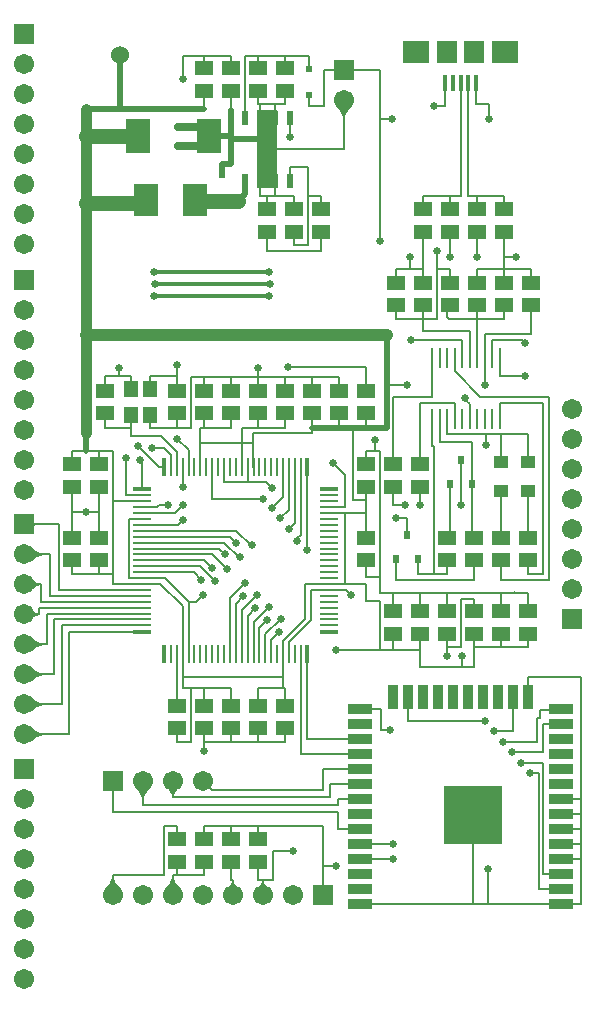
<source format=gtl>
G04*
G04 #@! TF.GenerationSoftware,Altium Limited,Altium Designer,19.0.14 (431)*
G04*
G04 Layer_Physical_Order=1*
G04 Layer_Color=255*
%FSLAX25Y25*%
%MOIN*%
G70*
G01*
G75*
%ADD14C,0.00600*%
%ADD16R,0.09055X0.07480*%
%ADD17R,0.07087X0.07480*%
%ADD18R,0.01575X0.05315*%
%ADD19R,0.05906X0.01575*%
%ADD20R,0.01102X0.05906*%
%ADD21R,0.01575X0.05906*%
%ADD22R,0.05906X0.01102*%
%ADD23R,0.04528X0.05512*%
%ADD24R,0.02362X0.05118*%
%ADD25R,0.05906X0.05118*%
%ADD26R,0.02362X0.02362*%
%ADD27R,0.02362X0.03150*%
%ADD28R,0.01000X0.06600*%
%ADD29R,0.07874X0.11024*%
%ADD30R,0.04921X0.04331*%
%ADD31R,0.07874X0.11811*%
%ADD32R,0.19685X0.19685*%
%ADD33R,0.03543X0.07874*%
%ADD34R,0.07874X0.03543*%
%ADD35C,0.02500*%
%ADD36C,0.02000*%
%ADD37C,0.03500*%
%ADD38C,0.05000*%
%ADD39C,0.01200*%
%ADD40C,0.04000*%
%ADD41R,0.07000X0.26000*%
%ADD42C,0.06000*%
%ADD43R,0.06732X0.06732*%
%ADD44C,0.06732*%
%ADD45R,0.06732X0.06732*%
%ADD46C,0.02500*%
G36*
X14807Y103966D02*
X15208Y103616D01*
X15608Y103308D01*
X16008Y103040D01*
X16406Y102814D01*
X16804Y102629D01*
X17200Y102485D01*
X17595Y102382D01*
X17989Y102321D01*
X18382Y102300D01*
Y101700D01*
X17989Y101679D01*
X17595Y101618D01*
X17200Y101515D01*
X16804Y101371D01*
X16406Y101186D01*
X16008Y100960D01*
X15608Y100692D01*
X15208Y100384D01*
X14807Y100034D01*
X14404Y99644D01*
Y104356D01*
X14807Y103966D01*
D02*
G37*
G36*
Y93966D02*
X15208Y93616D01*
X15608Y93308D01*
X16008Y93040D01*
X16406Y92814D01*
X16804Y92629D01*
X17200Y92485D01*
X17595Y92382D01*
X17989Y92321D01*
X18382Y92300D01*
Y91700D01*
X17989Y91679D01*
X17595Y91618D01*
X17200Y91515D01*
X16804Y91371D01*
X16406Y91186D01*
X16008Y90960D01*
X15608Y90692D01*
X15208Y90384D01*
X14807Y90034D01*
X14404Y89644D01*
Y94356D01*
X14807Y93966D01*
D02*
G37*
G36*
X42043Y73140D02*
X41992Y73122D01*
X41947Y73092D01*
X41908Y73050D01*
X41875Y72996D01*
X41848Y72930D01*
X41827Y72852D01*
X41812Y72762D01*
X41803Y72660D01*
X41800Y72546D01*
X41200D01*
X41197Y72660D01*
X41188Y72762D01*
X41173Y72852D01*
X41152Y72930D01*
X41125Y72996D01*
X41092Y73050D01*
X41053Y73092D01*
X41008Y73122D01*
X40957Y73140D01*
X40900Y73146D01*
X42100D01*
X42043Y73140D01*
D02*
G37*
G36*
X53466Y73694D02*
X53116Y73292D01*
X52808Y72891D01*
X52540Y72492D01*
X52314Y72094D01*
X52129Y71696D01*
X51985Y71300D01*
X51882Y70905D01*
X51821Y70511D01*
X51800Y70118D01*
X51200D01*
X51179Y70511D01*
X51118Y70905D01*
X51015Y71300D01*
X50871Y71696D01*
X50686Y72094D01*
X50460Y72492D01*
X50192Y72891D01*
X49884Y73292D01*
X49534Y73694D01*
X49144Y74096D01*
X53856D01*
X53466Y73694D01*
D02*
G37*
G36*
X41821Y44489D02*
X41882Y44095D01*
X41985Y43700D01*
X42129Y43304D01*
X42314Y42906D01*
X42540Y42508D01*
X42808Y42109D01*
X43116Y41708D01*
X43466Y41306D01*
X43856Y40904D01*
X39144D01*
X39534Y41306D01*
X39884Y41708D01*
X40192Y42109D01*
X40460Y42508D01*
X40686Y42906D01*
X40871Y43304D01*
X41015Y43700D01*
X41118Y44095D01*
X41179Y44489D01*
X41200Y44882D01*
X41800D01*
X41821Y44489D01*
D02*
G37*
G36*
X61800Y44882D02*
X61821Y44489D01*
X61882Y44095D01*
X61985Y43700D01*
X62129Y43304D01*
X62314Y42906D01*
X62540Y42508D01*
X62808Y42109D01*
X63116Y41708D01*
X63466Y41306D01*
X63856Y40904D01*
X59144D01*
X59534Y41306D01*
X59884Y41708D01*
X60192Y42109D01*
X60460Y42508D01*
X60686Y42906D01*
X60871Y43304D01*
X61015Y43700D01*
X61118Y44095D01*
X61179Y44489D01*
X61200Y44882D01*
X61800D01*
D02*
G37*
G36*
X61200Y71000D02*
X61186Y71350D01*
X61146Y71679D01*
X61078Y71988D01*
X60982Y72276D01*
X60860Y72543D01*
X60711Y72790D01*
X60534Y73016D01*
X60330Y73222D01*
X60099Y73407D01*
X59840Y73571D01*
X63160D01*
X62901Y73407D01*
X62670Y73222D01*
X62466Y73016D01*
X62290Y72790D01*
X62140Y72543D01*
X62018Y72276D01*
X61922Y71988D01*
X61854Y71679D01*
X61814Y71350D01*
X61800Y71000D01*
X61200D01*
D02*
G37*
G36*
X74288Y73288D02*
X74168Y73402D01*
X74054Y73500D01*
X73946Y73581D01*
X73843Y73646D01*
X73747Y73694D01*
X73655Y73726D01*
X73570Y73741D01*
X73491Y73740D01*
X73417Y73722D01*
X73349Y73687D01*
X74313Y74651D01*
X74278Y74583D01*
X74260Y74509D01*
X74259Y74430D01*
X74274Y74345D01*
X74306Y74253D01*
X74354Y74157D01*
X74419Y74054D01*
X74500Y73946D01*
X74598Y73832D01*
X74712Y73712D01*
X74288Y73288D01*
D02*
G37*
G36*
X81800Y43500D02*
X81810Y43213D01*
X81839Y42949D01*
X81887Y42706D01*
X81955Y42485D01*
X82043Y42286D01*
X82149Y42108D01*
X82276Y41953D01*
X82421Y41819D01*
X82586Y41707D01*
X82771Y41617D01*
X80229D01*
X80414Y41707D01*
X80579Y41819D01*
X80724Y41953D01*
X80850Y42108D01*
X80957Y42286D01*
X81045Y42485D01*
X81113Y42706D01*
X81161Y42949D01*
X81190Y43213D01*
X81200Y43500D01*
X81800D01*
D02*
G37*
G36*
X91800D02*
X91810Y43213D01*
X91839Y42949D01*
X91887Y42706D01*
X91955Y42485D01*
X92043Y42286D01*
X92150Y42108D01*
X92276Y41953D01*
X92421Y41819D01*
X92586Y41707D01*
X92771Y41617D01*
X90229D01*
X90414Y41707D01*
X90579Y41819D01*
X90724Y41953D01*
X90851Y42108D01*
X90957Y42286D01*
X91045Y42485D01*
X91113Y42706D01*
X91161Y42949D01*
X91190Y43213D01*
X91200Y43500D01*
X91800D01*
D02*
G37*
G36*
X111800Y42454D02*
X111803Y42338D01*
X111812Y42234D01*
X111827Y42142D01*
X111848Y42063D01*
X111875Y41995D01*
X111908Y41940D01*
X111947Y41897D01*
X111992Y41867D01*
X112043Y41848D01*
X112100Y41842D01*
X110900D01*
X110957Y41848D01*
X111008Y41867D01*
X111053Y41897D01*
X111092Y41940D01*
X111125Y41995D01*
X111152Y42063D01*
X111173Y42142D01*
X111188Y42234D01*
X111197Y42338D01*
X111200Y42454D01*
X111800D01*
D02*
G37*
G36*
X18382Y111700D02*
X17989Y111679D01*
X17595Y111618D01*
X17200Y111515D01*
X16804Y111371D01*
X16406Y111186D01*
X16008Y110960D01*
X15608Y110692D01*
X15208Y110384D01*
X14807Y110034D01*
X14404Y109644D01*
Y114356D01*
X14807Y113966D01*
X15208Y113616D01*
X15608Y113308D01*
X16008Y113040D01*
X16406Y112814D01*
X16804Y112629D01*
X17200Y112485D01*
X17595Y112382D01*
X17989Y112321D01*
X18382Y112300D01*
Y111700D01*
D02*
G37*
G36*
Y121700D02*
X17989Y121679D01*
X17595Y121618D01*
X17200Y121515D01*
X16804Y121371D01*
X16406Y121186D01*
X16008Y120960D01*
X15608Y120692D01*
X15208Y120384D01*
X14807Y120034D01*
X14404Y119644D01*
Y124356D01*
X14807Y123966D01*
X15208Y123616D01*
X15608Y123308D01*
X16008Y123040D01*
X16406Y122814D01*
X16804Y122629D01*
X17200Y122485D01*
X17595Y122382D01*
X17989Y122321D01*
X18382Y122300D01*
Y121700D01*
D02*
G37*
G36*
X17000Y131700D02*
X16714Y131690D01*
X16449Y131661D01*
X16206Y131613D01*
X15985Y131545D01*
X15786Y131457D01*
X15608Y131351D01*
X15453Y131224D01*
X15319Y131079D01*
X15207Y130914D01*
X15117Y130729D01*
Y133271D01*
X15207Y133086D01*
X15319Y132921D01*
X15453Y132776D01*
X15608Y132650D01*
X15786Y132543D01*
X15985Y132455D01*
X16206Y132387D01*
X16449Y132339D01*
X16714Y132310D01*
X17000Y132300D01*
Y131700D01*
D02*
G37*
G36*
X17500Y141700D02*
X17150Y141686D01*
X16821Y141646D01*
X16512Y141578D01*
X16224Y141482D01*
X15957Y141360D01*
X15710Y141210D01*
X15484Y141034D01*
X15278Y140830D01*
X15093Y140599D01*
X14929Y140340D01*
Y143660D01*
X15093Y143401D01*
X15278Y143170D01*
X15484Y142966D01*
X15710Y142789D01*
X15957Y142640D01*
X16224Y142518D01*
X16512Y142422D01*
X16821Y142354D01*
X17150Y142314D01*
X17500Y142300D01*
Y141700D01*
D02*
G37*
G36*
X18382Y151700D02*
X17989Y151679D01*
X17595Y151618D01*
X17200Y151515D01*
X16804Y151371D01*
X16406Y151186D01*
X16008Y150960D01*
X15608Y150692D01*
X15208Y150384D01*
X14807Y150034D01*
X14404Y149644D01*
Y154356D01*
X14807Y153966D01*
X15208Y153616D01*
X15608Y153308D01*
X16008Y153040D01*
X16406Y152814D01*
X16804Y152629D01*
X17200Y152485D01*
X17595Y152382D01*
X17989Y152321D01*
X18382Y152300D01*
Y151700D01*
D02*
G37*
G36*
X15954Y161700D02*
X15838Y161697D01*
X15734Y161688D01*
X15642Y161673D01*
X15563Y161652D01*
X15495Y161625D01*
X15440Y161592D01*
X15397Y161553D01*
X15367Y161508D01*
X15348Y161457D01*
X15342Y161400D01*
Y162600D01*
X15348Y162543D01*
X15367Y162492D01*
X15397Y162447D01*
X15440Y162408D01*
X15495Y162375D01*
X15563Y162348D01*
X15642Y162327D01*
X15734Y162312D01*
X15838Y162303D01*
X15954Y162300D01*
Y161700D01*
D02*
G37*
G36*
X71500Y267000D02*
D01*
D02*
G37*
G36*
X78500Y263000D02*
D01*
D02*
G37*
G36*
X90980Y265520D02*
D01*
D02*
G37*
G36*
X118200Y297118D02*
X118179Y297511D01*
X118118Y297905D01*
X118015Y298300D01*
X117871Y298696D01*
X117686Y299094D01*
X117460Y299492D01*
X117192Y299891D01*
X116884Y300292D01*
X116534Y300693D01*
X116144Y301096D01*
X120856D01*
X120466Y300693D01*
X120116Y300292D01*
X119808Y299891D01*
X119540Y299492D01*
X119314Y299094D01*
X119129Y298696D01*
X118985Y298300D01*
X118882Y297905D01*
X118821Y297511D01*
X118800Y297118D01*
X118200D01*
D02*
G37*
G36*
X122454Y313200D02*
X122338Y313197D01*
X122234Y313188D01*
X122142Y313173D01*
X122063Y313152D01*
X121995Y313125D01*
X121940Y313092D01*
X121897Y313053D01*
X121867Y313008D01*
X121848Y312957D01*
X121842Y312900D01*
Y314100D01*
X121848Y314043D01*
X121867Y313992D01*
X121897Y313947D01*
X121940Y313908D01*
X121995Y313875D01*
X122063Y313848D01*
X122142Y313827D01*
X122234Y313812D01*
X122338Y313803D01*
X122454Y313800D01*
Y313200D01*
D02*
G37*
G36*
X114546Y313800D02*
X114662Y313803D01*
X114766Y313812D01*
X114858Y313827D01*
X114937Y313848D01*
X115005Y313875D01*
X115060Y313908D01*
X115103Y313947D01*
X115133Y313992D01*
X115152Y314043D01*
X115158Y314100D01*
Y312900D01*
X115152Y312957D01*
X115133Y313008D01*
X115103Y313053D01*
X115060Y313092D01*
X115005Y313125D01*
X114937Y313152D01*
X114858Y313173D01*
X114766Y313188D01*
X114662Y313197D01*
X114546Y313200D01*
Y313800D01*
D02*
G37*
D14*
X81000Y300000D02*
Y306500D01*
X72000Y300500D02*
Y306500D01*
X71969D02*
X72000D01*
X93000Y271520D02*
X102000D01*
X95500D02*
Y276567D01*
X92980Y266823D02*
Y271520D01*
X57374Y142126D02*
X64752Y134748D01*
X51398Y142126D02*
X57374D01*
X100500Y281000D02*
X106500D01*
X90500Y271520D02*
X92980D01*
X32500Y186500D02*
X37000D01*
X28000D02*
X32500D01*
X39000Y194000D02*
Y198980D01*
Y194000D02*
X47701D01*
X111500Y73500D02*
Y80532D01*
X74500Y73500D02*
X111500D01*
X71500Y76500D02*
X74500Y73500D01*
X61500Y71000D02*
X114000D01*
X61500D02*
Y76500D01*
X111500Y80532D02*
X124035D01*
X114000Y75532D02*
X124035D01*
X114000Y71000D02*
Y75532D01*
X116532Y70531D02*
X124035D01*
X116532Y68500D02*
Y70531D01*
X51500Y68500D02*
X116532D01*
X51500D02*
Y76500D01*
X41500Y66000D02*
X116532D01*
Y60532D02*
Y66000D01*
Y60532D02*
X124035D01*
X41500Y66000D02*
Y76500D01*
X126000Y165728D02*
Y170000D01*
X133000Y208500D02*
X139500D01*
X160031Y271480D02*
Y308968D01*
Y271480D02*
X163000D01*
X157500D02*
Y308968D01*
X154000Y271480D02*
X157500D01*
X157472Y308968D02*
X157500D01*
X130500Y297000D02*
Y313500D01*
Y256500D02*
Y297000D01*
X134500D01*
X167000D02*
Y302000D01*
X162591D02*
X167000D01*
X162591D02*
Y308968D01*
X118500Y313500D02*
X130500D01*
X148419Y301500D02*
X152354D01*
Y308968D01*
X163000Y266980D02*
Y271480D01*
X158321Y230480D02*
X163000D01*
X158182Y230341D02*
X158321Y230480D01*
X153503Y230341D02*
X158182D01*
X152800Y231044D02*
Y233800D01*
X154000Y235000D01*
X152800Y231044D02*
X153503Y230341D01*
X57000Y168500D02*
X60000D01*
X56217Y167717D02*
X57000Y168500D01*
X51398Y167717D02*
X56217D01*
X62248Y165748D02*
X65000Y168500D01*
X51398Y165748D02*
X62248D01*
X63311Y161811D02*
X65000Y163500D01*
X51398Y161811D02*
X63311D01*
X50500Y183500D02*
X51398Y182602D01*
X54500Y187500D02*
X58500D01*
X60847Y185153D01*
X102969Y156500D02*
Y157327D01*
X104122Y158480D01*
X106358Y153500D02*
Y181051D01*
X106327Y181083D02*
X106358Y181051D01*
X80626Y157874D02*
X82657Y155842D01*
X77063Y153937D02*
X79000Y152000D01*
X72000Y150000D02*
X74500Y147500D01*
X68437Y146063D02*
X71000Y143500D01*
X82500Y135500D02*
X85000Y138000D01*
Y138189D01*
X84469Y133468D02*
X89500Y138500D01*
X86437Y131437D02*
X89000Y134000D01*
X90374Y127374D02*
X93000Y130000D01*
X94311Y123311D02*
X97000Y126000D01*
X100216Y122716D02*
X107500Y130000D01*
X100216Y118898D02*
Y122716D01*
X107500Y130000D02*
Y140157D01*
X113602D01*
X66752Y136248D02*
X69248D01*
X71500Y138500D01*
X66752Y118898D02*
Y136248D01*
X58906Y144095D02*
X66752Y136248D01*
X51398Y144095D02*
X58906D01*
X47000Y163779D02*
X51398D01*
X47000Y144095D02*
Y163779D01*
Y144095D02*
X51398D01*
X41500Y145500D02*
Y169665D01*
Y142106D02*
Y145500D01*
X45980Y142106D02*
X46000Y142126D01*
X41500Y142106D02*
X45980D01*
X41500Y169665D02*
X51366D01*
X158999Y203998D02*
X159000Y204000D01*
X158999Y203502D02*
Y203998D01*
Y203502D02*
X160500Y202000D01*
Y197180D02*
Y202000D01*
X164000Y204500D02*
X187000D01*
X155500Y213000D02*
X164000Y204500D01*
X155500Y213000D02*
Y217480D01*
X141000Y223480D02*
X158000D01*
Y217480D02*
Y223480D01*
X160500Y217480D02*
Y226500D01*
X145000D02*
X160500D01*
X145000D02*
Y230480D01*
X172000Y250980D02*
X176000D01*
X172000D02*
Y259500D01*
Y246980D02*
Y250980D01*
X140500Y246980D02*
X145000D01*
X136000D02*
X140500D01*
Y250980D01*
X90000Y210980D02*
Y214149D01*
X43500Y211480D02*
X47701D01*
X39000D02*
X43500D01*
Y214278D01*
X71969Y86500D02*
Y89480D01*
Y86500D02*
X72000D01*
X71969Y89480D02*
X80968D01*
X71969D02*
Y94000D01*
X111500Y48000D02*
X116000D01*
X111500Y38500D02*
Y61500D01*
X116000Y119980D02*
X130500D01*
X116000D02*
Y120000D01*
X106327Y90531D02*
X124035D01*
X106327D02*
Y118878D01*
X104122Y85532D02*
X124035D01*
X104122D02*
Y118878D01*
X46000Y142126D02*
X48500D01*
X64752Y111000D02*
Y134748D01*
Y107480D02*
Y111000D01*
X105500Y130500D02*
Y142126D01*
X98248Y123248D02*
X105500Y130500D01*
X98248Y118898D02*
Y123248D01*
X64892Y174589D02*
X65000Y174480D01*
X64892Y174589D02*
Y180994D01*
X64784Y181102D02*
X64892Y180994D01*
X63000Y190500D02*
X66752Y186748D01*
Y181102D02*
Y186748D01*
X113571Y142106D02*
X119000D01*
X105500Y142126D02*
X113602D01*
X144000Y114500D02*
X158000D01*
Y118000D01*
Y114500D02*
X162000D01*
X144000D02*
Y119980D01*
X162000Y114500D02*
Y121260D01*
X153000D02*
Y125520D01*
Y118000D02*
Y121260D01*
X119000Y165728D02*
X126000D01*
X113571D02*
X119000D01*
Y142106D02*
Y165728D01*
Y142106D02*
X126000D01*
Y157500D02*
Y165728D01*
X119000Y167717D02*
Y178500D01*
X115000Y182500D02*
X119000Y178500D01*
X113602Y167717D02*
X119000D01*
X121500Y170000D02*
Y193980D01*
Y170000D02*
X126000D01*
Y174500D01*
X161240Y175504D02*
Y189500D01*
X150500D02*
X161240D01*
X150500D02*
Y197180D01*
X166000Y191980D02*
X171000D01*
X153000D02*
X166000D01*
Y188500D02*
Y191980D01*
X184000Y100000D02*
X190965D01*
X161240Y159480D02*
Y175504D01*
X157500Y169480D02*
Y183457D01*
X153760Y159480D02*
Y175504D01*
X165500Y208500D02*
Y217480D01*
X126000Y194000D02*
Y199000D01*
Y193980D02*
Y194000D01*
X88374Y189000D02*
Y192480D01*
Y181083D02*
Y189000D01*
X84437Y181083D02*
Y189000D01*
X88374D01*
X84437D02*
Y193980D01*
X70657Y189000D02*
Y193980D01*
Y181083D02*
Y189000D01*
X84437D01*
X129000Y186500D02*
X130500D01*
Y139260D02*
Y186500D01*
X37000Y166000D02*
Y174500D01*
X47701Y191500D02*
Y194000D01*
X98216Y111000D02*
Y118878D01*
Y107480D02*
Y111000D01*
X94592Y167480D02*
X94717D01*
X98216Y170980D01*
Y181083D01*
X64752Y111000D02*
X98216D01*
X67469Y107480D02*
X71969D01*
X90000Y61500D02*
X111500D01*
X166500Y35531D02*
X190965D01*
X161437D02*
X166500D01*
Y47000D01*
X124035Y35531D02*
X161437D01*
Y65059D01*
X197500Y50532D02*
Y55532D01*
X190965Y50532D02*
X197500D01*
Y35531D02*
Y50532D01*
Y55532D02*
Y60532D01*
X190965Y55532D02*
X197500D01*
Y60532D02*
Y65531D01*
X190965Y60532D02*
X197500D01*
X190965Y65531D02*
X197500D01*
Y70531D01*
X190965D02*
X197500D01*
Y111000D01*
X190965Y35531D02*
X197500D01*
X180000Y104469D02*
Y111000D01*
X197500D01*
X74532Y151969D02*
X79500Y147000D01*
X87500Y155000D02*
X88000D01*
X83500Y151000D02*
X84000D01*
X78594Y155905D02*
X83500Y151000D01*
X51398Y155905D02*
X78594D01*
X51398Y153937D02*
X77063D01*
X82657Y159843D02*
X87500Y155000D01*
X51398Y159843D02*
X82657D01*
X51398Y151969D02*
X74532D01*
X63000Y211480D02*
Y215000D01*
X51398Y150000D02*
X72000D01*
X51398Y157874D02*
X80626D01*
X51398Y148031D02*
X70468D01*
X75500Y143000D01*
X51398Y146063D02*
X68437D01*
X63000Y206461D02*
Y211480D01*
X62783Y181083D02*
Y186153D01*
X47701Y191500D02*
X57437D01*
X62783Y186153D01*
X60847Y181102D02*
Y185153D01*
X80532Y118898D02*
Y137531D01*
X85500Y142500D01*
X82500Y118898D02*
Y135500D01*
X84469Y118898D02*
Y133468D01*
X86437Y118898D02*
Y131437D01*
X88406Y118898D02*
Y129405D01*
X93500Y134500D01*
X90374Y118898D02*
Y127374D01*
X92343Y125343D02*
X97500Y130500D01*
X92343Y118898D02*
Y125343D01*
X94311Y118898D02*
Y123311D01*
X12000Y162000D02*
X23500D01*
Y140157D02*
Y162000D01*
X20500Y138189D02*
Y152000D01*
X12000D02*
X20500D01*
X12000Y142000D02*
X17500D01*
Y136221D02*
Y142000D01*
Y136221D02*
X51398D01*
X20500Y138189D02*
X51398D01*
X27000Y126142D02*
X51398D01*
X27000Y92000D02*
Y126142D01*
X12000Y92000D02*
X27000D01*
X24500Y128347D02*
X51398D01*
X24500Y102000D02*
Y128347D01*
X12000Y102000D02*
X24500D01*
X22000Y112000D02*
Y130315D01*
X12000Y112000D02*
X22000D01*
Y130315D02*
X51398D01*
X19500Y132283D02*
X51398D01*
X19500Y122000D02*
Y132283D01*
X12000Y122000D02*
X19500D01*
X12000Y132000D02*
X17000D01*
Y134252D01*
X92500Y176000D02*
X94500Y174000D01*
X78563Y176000D02*
X92500D01*
X78563D02*
Y181102D01*
X86437Y176000D02*
Y181102D01*
X100000Y214500D02*
X125980D01*
X126000Y214480D01*
Y206480D02*
Y214480D01*
X123567Y76000D02*
X124035Y75532D01*
X130500Y139260D02*
X135000D01*
X136000Y164000D02*
X139500D01*
X47701Y194000D02*
Y198480D01*
X54000Y211480D02*
X63000D01*
X46000Y171653D02*
Y184000D01*
Y171653D02*
X51398D01*
Y173858D02*
Y182602D01*
X50000Y188000D02*
X56898Y181102D01*
X58642D01*
X23500Y140157D02*
X51398D01*
X17000Y134252D02*
X51398D01*
X126000Y186500D02*
X129000D01*
Y190000D01*
X41500Y38500D02*
Y45000D01*
X58500D01*
Y61500D01*
X63000D01*
Y57000D02*
Y61500D01*
X95000Y53000D02*
X101500D01*
X95000Y43500D02*
Y53000D01*
X91500Y43500D02*
X95000D01*
X119343Y140157D02*
X121000Y138500D01*
X113602Y140157D02*
X119343D01*
X88374Y192480D02*
X108000D01*
X74594Y170500D02*
X91500D01*
X74594D02*
Y181083D01*
X97327Y163980D02*
X100185Y166839D01*
X149500Y246980D02*
Y253000D01*
X145000Y271480D02*
X154000D01*
X145000Y266980D02*
Y271480D01*
Y246980D02*
Y259500D01*
X118500Y287000D02*
Y303000D01*
X95500Y287000D02*
X118500D01*
X112000Y313500D02*
X118500D01*
X112000Y301500D02*
Y313500D01*
X85500Y318000D02*
X90000D01*
X85500Y297433D02*
Y318000D01*
X72000D02*
X81000D01*
Y313980D02*
Y318000D01*
X107000Y301500D02*
X112000D01*
X32500Y166000D02*
X37000D01*
X28000D02*
X32500D01*
X28000D02*
Y174500D01*
Y157461D02*
Y166000D01*
X37000Y157461D02*
Y166000D01*
Y145500D02*
X41500D01*
X37000D02*
Y149980D01*
X28000Y145500D02*
X37000D01*
X28000D02*
Y149980D01*
X41500Y169665D02*
Y186500D01*
X37000D02*
X41500D01*
X37000Y181980D02*
Y186500D01*
X28000Y181980D02*
Y186500D01*
X126000Y136366D02*
X130500D01*
X126000D02*
Y142106D01*
Y144500D02*
X130500D01*
X126000D02*
Y149740D01*
Y181980D02*
Y186500D01*
X130500Y119980D02*
Y136366D01*
Y119980D02*
X135000D01*
X144000Y139260D02*
X153000D01*
X135000D02*
X144000D01*
Y132980D02*
Y139260D01*
X135000Y132980D02*
Y139260D01*
X153000Y121260D02*
X157500D01*
Y137260D01*
X153000Y139260D02*
X171000D01*
X153000Y133000D02*
Y139260D01*
X171000Y133000D02*
Y139260D01*
X172760Y139500D02*
X173000Y139260D01*
X175260Y139500D02*
X175500Y139260D01*
X157500Y137260D02*
X162000D01*
X148500Y145480D02*
X153000D01*
X143240D02*
X148500D01*
X148000Y187980D02*
X148500D01*
Y145480D02*
Y187980D01*
X139500Y158457D02*
Y164000D01*
X187000Y143480D02*
Y204500D01*
X148000D02*
Y217480D01*
X135000Y204500D02*
X148000D01*
X135000Y181980D02*
Y204500D01*
X84437Y193980D02*
X90000D01*
X70657D02*
X72000D01*
X62783Y101480D02*
Y118878D01*
X171000Y121260D02*
X180000D01*
X162000D02*
X171000D01*
Y125520D01*
X174500Y86000D02*
X185000D01*
X171500Y89500D02*
X183000D01*
X168500Y93000D02*
X175000D01*
X140000Y96500D02*
X165500D01*
X177500Y82500D02*
X185000D01*
X175000Y93000D02*
Y104469D01*
X183000Y89500D02*
Y97500D01*
X175500Y139260D02*
X180000D01*
X171000D02*
X175500D01*
X180000Y133000D02*
Y139260D01*
X162000Y133000D02*
Y137260D01*
X140000Y96500D02*
X140000Y96500D01*
X140000Y96500D02*
Y104469D01*
X183000Y97500D02*
X184000D01*
X185000Y86000D02*
Y95531D01*
Y45500D02*
Y82500D01*
X183500Y40532D02*
Y79000D01*
X180500D02*
X183500D01*
X185000Y95531D02*
X190965D01*
X183500Y40532D02*
X190965D01*
X185000Y45500D02*
X188996D01*
X190965Y100000D02*
Y100531D01*
X184000Y97500D02*
Y100000D01*
X107000Y301500D02*
Y305169D01*
X100185Y166839D02*
Y181083D01*
X100154Y160480D02*
X102154Y162480D01*
X81500Y38500D02*
Y43500D01*
X81000D02*
Y49520D01*
Y43500D02*
X81500D01*
X90000D02*
X91500D01*
Y38500D02*
Y43500D01*
X61500Y38500D02*
Y45000D01*
X63000D01*
Y49520D01*
X165500Y225480D02*
X181000D01*
X165500Y217480D02*
Y225480D01*
X181000D02*
Y235000D01*
X188965Y45531D02*
X190965D01*
X188965D02*
X188996Y45500D01*
X131000Y93500D02*
X134000D01*
X124035Y55532D02*
X135000D01*
X131000Y93500D02*
Y100531D01*
X124035D02*
X131000D01*
X190965Y95500D02*
Y95531D01*
X81000Y61500D02*
X90000D01*
X72000D02*
X81000D01*
X72000Y57000D02*
Y61500D01*
Y45000D02*
Y49520D01*
X63000Y45000D02*
X72000D01*
X106500Y271520D02*
Y281000D01*
X100500Y276567D02*
Y281000D01*
X90500Y276567D02*
Y290500D01*
Y271520D02*
Y276567D01*
X81000Y290500D02*
Y291500D01*
X49965Y269000D02*
X52965Y272000D01*
X65000Y310500D02*
Y318000D01*
X72000D01*
X135000Y168480D02*
X139000D01*
X144000D02*
Y174500D01*
X90000Y43500D02*
Y49520D01*
X81000Y57000D02*
Y61500D01*
X90000Y57000D02*
Y61500D01*
X117000Y193980D02*
Y198980D01*
Y206461D02*
Y210980D01*
X108000D02*
X117000D01*
X104122Y158480D02*
Y181083D01*
X102154Y162480D02*
Y181083D01*
X54000Y207142D02*
Y211480D01*
X39000Y206461D02*
Y211480D01*
X47701Y207142D02*
Y211480D01*
X72000Y210980D02*
X81000D01*
X67500D02*
X72000D01*
Y206461D02*
Y210980D01*
X81000D02*
X90000D01*
X81000Y206461D02*
Y210980D01*
X90000D02*
X99000D01*
X90000Y206461D02*
Y210980D01*
X99000D02*
X108000D01*
X99000Y206461D02*
Y210980D01*
X108000Y206461D02*
Y210980D01*
X67500Y193980D02*
Y210980D01*
X63000Y193980D02*
X67500D01*
X63000D02*
Y198980D01*
X54000Y193980D02*
X63000D01*
X54000D02*
Y198480D01*
X72000Y193980D02*
Y198980D01*
Y193980D02*
X81000D01*
Y198980D01*
X108000Y192480D02*
Y193980D01*
X90000D02*
X99000D01*
X90000D02*
Y198980D01*
X99000Y193980D02*
Y198980D01*
X108000Y193980D02*
Y198980D01*
X143240Y145480D02*
Y150504D01*
X135760Y143480D02*
Y150504D01*
Y143480D02*
X162000D01*
X153000Y145480D02*
Y150000D01*
X124035Y50500D02*
X135000D01*
Y168480D02*
Y174500D01*
X148000Y187980D02*
Y197180D01*
X162000Y143480D02*
Y150000D01*
X171000Y143480D02*
X187000D01*
X171000D02*
Y150000D01*
X180000Y145480D02*
X185000D01*
X180000D02*
Y150000D01*
Y159480D02*
Y172980D01*
Y121260D02*
Y125520D01*
X162000Y121260D02*
Y125520D01*
X89969Y89480D02*
X98968D01*
X80968D02*
X89969D01*
Y94000D01*
X80968Y89480D02*
Y94000D01*
X98968Y89480D02*
Y94000D01*
X64752Y107480D02*
X67469D01*
Y89480D02*
Y107480D01*
X62968Y89480D02*
X67469D01*
X62968D02*
Y94000D01*
X98216Y107480D02*
X98968D01*
Y101480D02*
Y107480D01*
X89969Y101480D02*
Y107480D01*
X98216D01*
X71969D02*
X80968D01*
X71969Y101480D02*
Y107480D01*
X80968Y101480D02*
Y107480D01*
X62783Y101480D02*
X62968D01*
X135000Y119980D02*
X144000D01*
X135000D02*
Y125500D01*
X144000Y119980D02*
Y125500D01*
X124035Y50500D02*
Y50532D01*
X178000Y223480D02*
X179000Y222480D01*
X168000Y223480D02*
X178000D01*
X168000Y217480D02*
Y223480D01*
X170500Y211480D02*
X179000D01*
X144000Y202480D02*
X155500D01*
X144000Y181980D02*
Y202480D01*
X155500Y197180D02*
Y202480D01*
X185000Y145480D02*
Y202480D01*
X171000Y159480D02*
Y172980D01*
X170500Y197180D02*
Y202480D01*
X185000D01*
X180000Y182823D02*
Y191980D01*
X171000D02*
X180000D01*
X171000Y182823D02*
Y191980D01*
X153000D02*
Y197180D01*
X170500Y211480D02*
Y217480D01*
X163000D02*
Y230480D01*
X145000Y242480D02*
Y246980D01*
X136000Y242480D02*
Y246980D01*
X172000D02*
X181000D01*
X163000D02*
X172000D01*
Y242480D02*
Y246980D01*
X181000Y242480D02*
Y246980D01*
X163000Y242480D02*
Y246980D01*
Y230480D02*
X172000D01*
X163000D02*
Y235000D01*
X172000Y230480D02*
Y235000D01*
X136000Y230480D02*
X145000D01*
X136000D02*
Y235000D01*
X145000Y230480D02*
Y235000D01*
Y230480D02*
X149500D01*
Y246980D01*
X154000D01*
Y242480D02*
Y246980D01*
X163000Y250980D02*
Y259500D01*
X154000Y250980D02*
Y259500D01*
X163000Y271480D02*
X172000D01*
Y266980D02*
Y271480D01*
X154000Y266980D02*
Y271480D01*
X100500Y291000D02*
Y297433D01*
X90500Y290500D02*
Y297433D01*
X95500Y276567D02*
Y287000D01*
Y297433D01*
X90500D02*
Y302000D01*
X95500D01*
X90000D02*
X90500D01*
X93000Y253020D02*
Y259520D01*
Y253020D02*
X111000D01*
Y259520D01*
X107000Y313831D02*
Y318000D01*
X99000D02*
X107000D01*
X95500Y302000D02*
X99000D01*
Y306500D01*
X90000Y318000D02*
X99000D01*
X95500Y297433D02*
Y302000D01*
X90000D02*
Y306500D01*
X111000Y267000D02*
Y271520D01*
X106500D02*
X111000D01*
X101000Y259020D02*
X102000Y258020D01*
X106500Y255020D02*
Y271520D01*
X102000Y255020D02*
X106500D01*
X102000D02*
Y258020D01*
Y268020D02*
Y271520D01*
X72000Y313980D02*
Y318000D01*
X90000Y313980D02*
Y318000D01*
X99000Y313980D02*
Y318000D01*
D16*
X142709Y319500D02*
D03*
X172236D02*
D03*
D17*
X152945D02*
D03*
X162000D02*
D03*
D18*
X162591Y308968D02*
D03*
X160031D02*
D03*
X157472D02*
D03*
X154913D02*
D03*
X152354D02*
D03*
D19*
X113602Y173858D02*
D03*
X51398D02*
D03*
Y126142D02*
D03*
X113602D02*
D03*
D20*
X104154Y181102D02*
D03*
X102185D02*
D03*
X96280D02*
D03*
X100216D02*
D03*
X98248D02*
D03*
X90374D02*
D03*
X94311D02*
D03*
X92343D02*
D03*
X84469D02*
D03*
X88406D02*
D03*
X86437D02*
D03*
X78563D02*
D03*
X82500D02*
D03*
X80532D02*
D03*
X62815D02*
D03*
X64784D02*
D03*
X60847D02*
D03*
X68721D02*
D03*
X70689D02*
D03*
X66752D02*
D03*
X72658D02*
D03*
X76595D02*
D03*
X74626D02*
D03*
Y118898D02*
D03*
X76595D02*
D03*
X72658D02*
D03*
X66752D02*
D03*
X70689D02*
D03*
X68721D02*
D03*
X60847D02*
D03*
X64784D02*
D03*
X62815D02*
D03*
X80532D02*
D03*
X82500D02*
D03*
X78563D02*
D03*
X86437D02*
D03*
X88406D02*
D03*
X84469D02*
D03*
X92343D02*
D03*
X94311D02*
D03*
X90374D02*
D03*
X98248D02*
D03*
X100216D02*
D03*
X96280D02*
D03*
X102185D02*
D03*
X104154D02*
D03*
D21*
X58642Y181102D02*
D03*
X106358D02*
D03*
Y118898D02*
D03*
X58642D02*
D03*
D22*
X51398Y142126D02*
D03*
Y144095D02*
D03*
Y140157D02*
D03*
Y134252D02*
D03*
Y138189D02*
D03*
Y136221D02*
D03*
Y128347D02*
D03*
Y132283D02*
D03*
Y130315D02*
D03*
Y148031D02*
D03*
Y150000D02*
D03*
Y146063D02*
D03*
Y153937D02*
D03*
Y155905D02*
D03*
Y151969D02*
D03*
Y159843D02*
D03*
Y161811D02*
D03*
Y157874D02*
D03*
Y165748D02*
D03*
Y167717D02*
D03*
Y163779D02*
D03*
Y169685D02*
D03*
Y171653D02*
D03*
X113602Y142126D02*
D03*
Y144095D02*
D03*
Y140157D02*
D03*
Y134252D02*
D03*
Y138189D02*
D03*
Y136221D02*
D03*
Y128347D02*
D03*
Y132283D02*
D03*
Y130315D02*
D03*
Y148031D02*
D03*
Y150000D02*
D03*
Y146063D02*
D03*
Y153937D02*
D03*
Y155905D02*
D03*
Y151969D02*
D03*
Y159843D02*
D03*
Y161811D02*
D03*
Y157874D02*
D03*
Y165748D02*
D03*
Y167717D02*
D03*
Y163779D02*
D03*
Y169685D02*
D03*
Y171653D02*
D03*
D23*
X47701Y198480D02*
D03*
Y207142D02*
D03*
X54000D02*
D03*
Y198480D02*
D03*
D24*
X85500Y297433D02*
D03*
X90500D02*
D03*
X95500D02*
D03*
X100500D02*
D03*
Y276567D02*
D03*
X95500D02*
D03*
X90500D02*
D03*
X85500D02*
D03*
D25*
X153000Y125520D02*
D03*
Y133000D02*
D03*
X180000Y125520D02*
D03*
Y133000D02*
D03*
X171000Y125520D02*
D03*
Y133000D02*
D03*
X63000Y206461D02*
D03*
Y198980D02*
D03*
X39000D02*
D03*
Y206461D02*
D03*
X99000Y198980D02*
D03*
Y206461D02*
D03*
X90000Y198980D02*
D03*
Y206461D02*
D03*
X81000Y198980D02*
D03*
Y206461D02*
D03*
X72000Y198980D02*
D03*
Y206461D02*
D03*
X108000Y198980D02*
D03*
Y206461D02*
D03*
X117000Y198980D02*
D03*
Y206461D02*
D03*
X135000Y125500D02*
D03*
Y132980D02*
D03*
X144000Y125500D02*
D03*
Y132980D02*
D03*
X37000Y149980D02*
D03*
Y157461D02*
D03*
X28000Y149980D02*
D03*
Y157461D02*
D03*
X126000Y157500D02*
D03*
Y150020D02*
D03*
Y174500D02*
D03*
Y181980D02*
D03*
X98968Y101480D02*
D03*
Y94000D02*
D03*
X89969Y101480D02*
D03*
Y94000D02*
D03*
X71969Y101480D02*
D03*
Y94000D02*
D03*
X80968Y101480D02*
D03*
Y94000D02*
D03*
X37000Y181980D02*
D03*
Y174500D02*
D03*
X28000Y182000D02*
D03*
Y174520D02*
D03*
X63000Y49520D02*
D03*
Y57000D02*
D03*
X181000Y242480D02*
D03*
Y235000D02*
D03*
X145000Y242480D02*
D03*
Y235000D02*
D03*
X136000Y242480D02*
D03*
Y235000D02*
D03*
X163000Y242480D02*
D03*
Y235000D02*
D03*
X145000Y259500D02*
D03*
Y266980D02*
D03*
X172000Y259500D02*
D03*
Y266980D02*
D03*
X102000Y267000D02*
D03*
Y259520D02*
D03*
X111000D02*
D03*
Y267000D02*
D03*
X99000Y306500D02*
D03*
Y313980D02*
D03*
X90000Y306500D02*
D03*
Y313980D02*
D03*
X162000Y125520D02*
D03*
Y133000D02*
D03*
X62968Y101480D02*
D03*
Y94000D02*
D03*
X72000Y57000D02*
D03*
Y49520D02*
D03*
X90000Y57000D02*
D03*
Y49520D02*
D03*
X126000Y199000D02*
D03*
Y206480D02*
D03*
X81000Y57000D02*
D03*
Y49520D02*
D03*
X180000Y150000D02*
D03*
Y157480D02*
D03*
X171000Y150000D02*
D03*
Y157480D02*
D03*
X172000Y235000D02*
D03*
Y242480D02*
D03*
X153000Y150000D02*
D03*
Y157480D02*
D03*
X154000Y242480D02*
D03*
Y235000D02*
D03*
X162000Y157480D02*
D03*
Y150000D02*
D03*
X154000Y266980D02*
D03*
Y259500D02*
D03*
X144000Y181980D02*
D03*
Y174500D02*
D03*
X163000Y266980D02*
D03*
Y259500D02*
D03*
X135000Y181980D02*
D03*
Y174500D02*
D03*
X93000Y267000D02*
D03*
Y259520D02*
D03*
X81000Y306500D02*
D03*
Y313980D02*
D03*
X72000D02*
D03*
Y306500D02*
D03*
D26*
X78000Y269839D02*
D03*
Y278500D02*
D03*
X107000Y305169D02*
D03*
Y313831D02*
D03*
D27*
X153760Y175504D02*
D03*
X161240D02*
D03*
X157500Y183457D02*
D03*
X135760Y150504D02*
D03*
X143240D02*
D03*
X139500Y158457D02*
D03*
D28*
X148000Y217480D02*
D03*
X150500D02*
D03*
X155500D02*
D03*
X153000D02*
D03*
X163000D02*
D03*
X165500D02*
D03*
X160500D02*
D03*
X158000D02*
D03*
X170500D02*
D03*
X168000D02*
D03*
Y197180D02*
D03*
X170500D02*
D03*
X158000D02*
D03*
X160500D02*
D03*
X165500D02*
D03*
X163000D02*
D03*
X153000D02*
D03*
X155500D02*
D03*
X150500D02*
D03*
X148000D02*
D03*
D29*
X52465Y270000D02*
D03*
X69000D02*
D03*
D30*
X180000Y172980D02*
D03*
Y182823D02*
D03*
X171000Y172980D02*
D03*
Y182823D02*
D03*
D31*
X50020Y291500D02*
D03*
X73642D02*
D03*
D32*
X161437Y65059D02*
D03*
D33*
X180000Y104469D02*
D03*
X175000D02*
D03*
X170000D02*
D03*
X165000D02*
D03*
X160000D02*
D03*
X155000D02*
D03*
X150000D02*
D03*
X145000D02*
D03*
X140000D02*
D03*
X135000D02*
D03*
D34*
X124035Y35531D02*
D03*
Y40532D02*
D03*
Y45531D02*
D03*
Y50532D02*
D03*
Y55532D02*
D03*
Y60532D02*
D03*
Y65531D02*
D03*
Y70531D02*
D03*
Y75532D02*
D03*
Y80532D02*
D03*
Y85532D02*
D03*
Y90531D02*
D03*
Y100531D02*
D03*
Y95531D02*
D03*
X190965D02*
D03*
Y100531D02*
D03*
Y90531D02*
D03*
Y85532D02*
D03*
Y80532D02*
D03*
Y75532D02*
D03*
Y70531D02*
D03*
Y65531D02*
D03*
Y60532D02*
D03*
Y55532D02*
D03*
Y50532D02*
D03*
Y45531D02*
D03*
Y40532D02*
D03*
Y35531D02*
D03*
D35*
X63142Y294500D02*
X72642D01*
X63142Y288000D02*
X73392D01*
D36*
X85500Y272000D02*
Y276567D01*
X83339Y269839D02*
X85500Y272000D01*
X75000Y291500D02*
X81000D01*
X32500Y186500D02*
Y192500D01*
X44000Y300500D02*
X72000D01*
X32500D02*
X44000D01*
Y318500D01*
X133000Y208500D02*
Y225000D01*
X121500Y193980D02*
X126000D01*
X133000Y194000D02*
Y208500D01*
X126000Y194000D02*
X133000D01*
X117000Y193980D02*
X121500D01*
X81000Y291500D02*
Y300000D01*
Y282000D02*
Y290500D01*
X78000Y282000D02*
X81000D01*
X78000Y278500D02*
Y282000D01*
X108000Y193980D02*
X117000D01*
X81000Y290500D02*
X90500D01*
D37*
X32500Y225000D02*
Y269000D01*
Y192500D02*
Y225000D01*
Y291500D02*
Y300500D01*
Y269000D02*
Y291500D01*
D38*
X50020D01*
X32500Y269000D02*
X49965D01*
X69161Y269839D02*
X78000D01*
X69000Y270000D02*
X69161Y269839D01*
X78000D02*
X83339D01*
D39*
X55358Y238000D02*
X93642D01*
X55453Y242000D02*
X93736D01*
X55374Y246000D02*
X93657D01*
D40*
X32500Y225000D02*
X133000D01*
D41*
X93000Y287000D02*
D03*
D42*
X44000Y318500D02*
D03*
D43*
X118500Y313500D02*
D03*
X12000Y325500D02*
D03*
Y162000D02*
D03*
Y80532D02*
D03*
Y243500D02*
D03*
X194500Y130500D02*
D03*
D44*
X118500Y303500D02*
D03*
X51500Y76500D02*
D03*
X61500D02*
D03*
X71500D02*
D03*
X12000Y255500D02*
D03*
Y265500D02*
D03*
Y275500D02*
D03*
Y285500D02*
D03*
Y315500D02*
D03*
Y305500D02*
D03*
Y295500D02*
D03*
Y92000D02*
D03*
Y102000D02*
D03*
Y112000D02*
D03*
Y122000D02*
D03*
Y152000D02*
D03*
Y142000D02*
D03*
Y132000D02*
D03*
Y10531D02*
D03*
Y20531D02*
D03*
Y30531D02*
D03*
Y40532D02*
D03*
Y70531D02*
D03*
Y60532D02*
D03*
Y50532D02*
D03*
Y173500D02*
D03*
Y183500D02*
D03*
Y193500D02*
D03*
Y203500D02*
D03*
Y233500D02*
D03*
Y223500D02*
D03*
Y213500D02*
D03*
X194500Y160500D02*
D03*
Y150500D02*
D03*
Y140500D02*
D03*
Y170500D02*
D03*
Y180500D02*
D03*
Y190500D02*
D03*
Y200500D02*
D03*
X41500Y38500D02*
D03*
X51500D02*
D03*
X61500D02*
D03*
X71500D02*
D03*
X101500D02*
D03*
X91500D02*
D03*
X81500D02*
D03*
D45*
X41500Y76500D02*
D03*
X111500Y38500D02*
D03*
D46*
X63142Y294500D02*
D03*
Y288000D02*
D03*
X55358Y238000D02*
D03*
X93642D02*
D03*
X55453Y242000D02*
D03*
X93736D02*
D03*
X93657Y246000D02*
D03*
X55374D02*
D03*
X134500Y297000D02*
D03*
X167000D02*
D03*
X130500Y256500D02*
D03*
X148419Y301500D02*
D03*
X65000Y163500D02*
D03*
X60000Y168500D02*
D03*
X65000D02*
D03*
X50500Y183500D02*
D03*
X54500Y187500D02*
D03*
X102969Y156500D02*
D03*
X106358Y153500D02*
D03*
X82657Y155842D02*
D03*
X79000Y152000D02*
D03*
X74500Y147500D02*
D03*
X71000Y143500D02*
D03*
X85000Y138189D02*
D03*
X89000Y134000D02*
D03*
X93000Y130000D02*
D03*
X97000Y126000D02*
D03*
X71500Y138500D02*
D03*
X159000Y204000D02*
D03*
X141000Y223480D02*
D03*
X176000Y250980D02*
D03*
X140500D02*
D03*
X90000Y214149D02*
D03*
X43500Y214278D02*
D03*
X72000Y86500D02*
D03*
X116000Y48000D02*
D03*
Y120000D02*
D03*
X158000Y118000D02*
D03*
X153000D02*
D03*
X115000Y182500D02*
D03*
X166000Y188500D02*
D03*
X157500Y168480D02*
D03*
X165500Y208500D02*
D03*
X139500D02*
D03*
X94592Y167480D02*
D03*
X65000Y174480D02*
D03*
X63000Y190500D02*
D03*
X166500Y47000D02*
D03*
X79500Y147000D02*
D03*
X88000Y155000D02*
D03*
X84000Y151000D02*
D03*
X63000Y215000D02*
D03*
X75500Y143000D02*
D03*
X93500Y134500D02*
D03*
X97500Y130500D02*
D03*
X89500Y138500D02*
D03*
X85500Y142500D02*
D03*
X94500Y174000D02*
D03*
X100000Y214500D02*
D03*
X136000Y164000D02*
D03*
X46000Y184000D02*
D03*
X50000Y188000D02*
D03*
X129000Y190000D02*
D03*
X101500Y53000D02*
D03*
X121000Y138500D02*
D03*
X91500Y170500D02*
D03*
X97327Y163980D02*
D03*
X149500Y253000D02*
D03*
X32500Y166000D02*
D03*
X174500Y86000D02*
D03*
X171500Y89500D02*
D03*
X168500Y93000D02*
D03*
X165500Y96500D02*
D03*
X177500Y82500D02*
D03*
X180500Y79000D02*
D03*
X100154Y160480D02*
D03*
X134000Y93500D02*
D03*
X135000Y55532D02*
D03*
X65000Y310500D02*
D03*
X139000Y168480D02*
D03*
X144000D02*
D03*
X135000Y50500D02*
D03*
X179000Y222480D02*
D03*
Y211480D02*
D03*
X163000Y250980D02*
D03*
X154000D02*
D03*
X100500Y291000D02*
D03*
M02*

</source>
